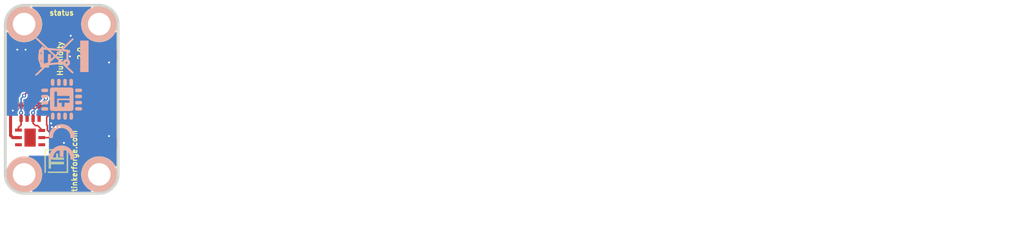
<source format=kicad_pcb>
(kicad_pcb (version 20221018) (generator pcbnew)
  (title_block (title "Humidity Bricklet") (date "2017-05-08") (rev "2.0") (company "Tinkerforge GmbH") (comment 1 "Licensed under CERN OHL v.1.1") (comment 2 "Copyright (©) 2017, B.Nordmeyer <bastian@tinkerforge.com>"))
  (layers (0 "F.Cu" signal) (31 "B.Cu" signal) (34 "B.Paste" user) (35 "F.Paste" user) (36 "B.SilkS" user "B.Silkscreen") (37 "F.SilkS" user "F.Silkscreen") (38 "B.Mask" user) (39 "F.Mask" user) (44 "Edge.Cuts" user))
  (net 0 "")
  (net 1 "GND")
  (net 2 "VCC")
  (net 3 "Net-(D101-Pad2)")
  (net 4 "Net-(P101-Pad4)")
  (net 5 "Net-(P101-Pad5)")
  (net 6 "Net-(P101-Pad6)")
  (net 7 "Net-(C102-Pad2)")
  (net 8 "Net-(R101-Pad1)")
  (net 9 "SDA")
  (net 10 "SCL")
  (net 11 "S-MISO")
  (net 12 "S-CS")
  (net 13 "S-CLK")
  (net 14 "S-MOSI")
  (net 15 "Net-(P102-Pad1)")
  (net 16 "Net-(P103-Pad2)")
  (footprint "C0603F" (layer "F.Cu") (at 147 143.2 90)
    (fp_text reference "C103")
    (fp_text value "1uF")
    (pad "1" smd rect (at -0.75 0 90) (size 0.9 0.9) (layers "F.Cu" "F.Paste" "F.Mask") (net 1 "GND"))
    (pad "2" smd rect (at 0.75 0 90) (size 0.9 0.9) (layers "F.Cu" "F.Paste" "F.Mask") (net 2 "VCC"))
  )
  (footprint "C0603F" (layer "F.Cu") (at 141.7 135.5 45)
    (fp_text reference "C104")
    (fp_text value "100nF")
    (pad "1" smd rect (at -0.75 0 45) (size 0.9 0.9) (layers "F.Cu" "F.Paste" "F.Mask") (net 2 "VCC"))
    (pad "2" smd rect (at 0.75 0 45) (size 0.9 0.9) (layers "F.Cu" "F.Paste" "F.Mask") (net 1 "GND"))
  )
  (footprint "C0603F" (layer "F.Cu") (at 147.2 146.1)
    (fp_text reference "C105")
    (fp_text value "100nF")
    (pad "1" smd rect (at -0.75 0) (size 0.9 0.9) (layers "F.Cu" "F.Paste" "F.Mask") (net 2 "VCC"))
    (pad "2" smd rect (at 0.75 0) (size 0.9 0.9) (layers "F.Cu" "F.Paste" "F.Mask") (net 1 "GND"))
  )
  (footprint "D0603E" (layer "F.Cu") (at 147.6 130.7)
    (fp_text reference "D101")
    (fp_text value "blue")
    (pad "1" smd rect (at -0.8501 0) (size 1.1 1) (layers "F.Cu" "F.Paste" "F.Mask") (net 2 "VCC"))
    (pad "2" smd rect (at 0.8501 0) (size 1.1 1) (layers "F.Cu" "F.Paste" "F.Mask") (net 3 "Net-(D101-Pad2)"))
  )
  (footprint "CON-SENSOR2" (layer "F.Cu") (at 155.1 141 90)
    (fp_text reference "P101")
    (fp_text value "CON-SENSOR2")
    (pad "1" smd rect (at -3.75 -4.6 90) (size 0.6 1.8) (layers "F.Cu" "F.Paste" "F.Mask"))
    (pad "2" smd rect (at -2.5 -4.6 90) (size 0.6 1.8) (layers "F.Cu" "F.Paste" "F.Mask") (net 1 "GND"))
    (pad "3" smd rect (at -1.25 -4.6 90) (size 0.6 1.8) (layers "F.Cu" "F.Paste" "F.Mask") (net 2 "VCC"))
    (pad "4" smd rect (at 0 -4.6 90) (size 0.6 1.8) (layers "F.Cu" "F.Paste" "F.Mask") (net 4 "Net-(P101-Pad4)"))
    (pad "5" smd rect (at 1.25 -4.6 90) (size 0.6 1.8) (layers "F.Cu" "F.Paste" "F.Mask") (net 5 "Net-(P101-Pad5)"))
    (pad "6" smd rect (at 2.5 -4.6 90) (size 0.6 1.8) (layers "F.Cu" "F.Paste" "F.Mask") (net 6 "Net-(P101-Pad6)"))
    (pad "7" smd rect (at 3.75 -4.6 90) (size 0.6 1.8) (layers "F.Cu" "F.Paste" "F.Mask") (net 7 "Net-(C102-Pad2)"))
    (pad "EP" smd rect (at -5.9 -1.2 90) (size 1.4 2.4) (layers "F.Cu" "F.Paste" "F.Mask") (net 1 "GND"))
    (pad "EP" smd rect (at 5.9 -1.2 90) (size 1.4 2.4) (layers "F.Cu" "F.Paste" "F.Mask") (net 1 "GND"))
  )
  (footprint "R0603F" (layer "F.Cu") (at 145.95 133.3 45)
    (fp_text reference "R101")
    (fp_text value "1k")
    (pad "1" smd rect (at -0.75 0 45) (size 0.9 0.9) (layers "F.Cu" "F.Paste" "F.Mask") (net 8 "Net-(R101-Pad1)"))
    (pad "2" smd rect (at 0.75 0 45) (size 0.9 0.9) (layers "F.Cu" "F.Paste" "F.Mask") (net 3 "Net-(D101-Pad2)"))
  )
  (footprint "0603X4" (layer "F.Cu") (at 143.4 142.7)
    (fp_text reference "RP102")
    (fp_text value "4k7")
    (pad "1" smd rect (at 1.19888 -0.8509) (size 0.44958 0.89916) (layers "F.Cu" "F.Paste" "F.Mask") (net 2 "VCC"))
    (pad "2" smd rect (at 0.39878 -0.8509) (size 0.44958 0.89916) (layers "F.Cu" "F.Paste" "F.Mask") (net 2 "VCC"))
    (pad "3" smd rect (at -0.39878 -0.8509) (size 0.44958 0.89916) (layers "F.Cu" "F.Paste" "F.Mask") (net 2 "VCC"))
    (pad "4" smd rect (at -1.19888 -0.8509) (size 0.44958 0.89916) (layers "F.Cu" "F.Paste" "F.Mask") (net 2 "VCC"))
    (pad "5" smd rect (at -1.19888 0.8509) (size 0.44958 0.89916) (layers "F.Cu" "F.Paste" "F.Mask") (net 9 "SDA"))
    (pad "6" smd rect (at -0.39878 0.8509) (size 0.44958 0.89916) (layers "F.Cu" "F.Paste" "F.Mask"))
    (pad "7" smd rect (at 0.39878 0.8509) (size 0.44958 0.89916) (layers "F.Cu" "F.Paste" "F.Mask") (net 10 "SCL"))
    (pad "8" smd rect (at 1.19888 0.8509) (size 0.44958 0.89916) (layers "F.Cu" "F.Paste" "F.Mask"))
  )
  (footprint "kicad-libraries:QFN24-4x4mm-0.5mm" (layer "F.Cu") (at 144.1 137.9 -135)
    (fp_text reference "U101")
    (fp_text value "XMC1XXX24")
    (pad "1" smd oval (at -2.025 -1.25 225) (size 1 0.3) (layers "F.Cu" "F.Paste" "F.Mask") (net 11 "S-MISO"))
    (pad "2" smd oval (at -2.025 -0.75 225) (size 1 0.3) (layers "F.Cu" "F.Paste" "F.Mask"))
    (pad "3" smd oval (at -2.025 -0.25 225) (size 1 0.3) (layers "F.Cu" "F.Paste" "F.Mask"))
    (pad "4" smd oval (at -2.025 0.25 225) (size 1 0.3) (layers "F.Cu" "F.Paste" "F.Mask") (net 16 "Net-(P103-Pad2)"))
    (pad "5" smd oval (at -2.025 0.75 225) (size 1 0.3) (layers "F.Cu" "F.Paste" "F.Mask"))
    (pad "6" smd oval (at -2.025 1.25 225) (size 1 0.3) (layers "F.Cu" "F.Paste" "F.Mask"))
    (pad "7" smd oval (at -1.25 2.025 315) (size 1 0.3) (layers "F.Cu" "F.Paste" "F.Mask") (net 8 "Net-(R101-Pad1)"))
    (pad "8" smd oval (at -0.75 2.025 315) (size 1 0.3) (layers "F.Cu" "F.Paste" "F.Mask"))
    (pad "9" smd oval (at -0.25 2.025 315) (size 1 0.3) (layers "F.Cu" "F.Paste" "F.Mask") (net 1 "GND"))
    (pad "10" smd oval (at 0.25 2.025 315) (size 1 0.3) (layers "F.Cu" "F.Paste" "F.Mask") (net 2 "VCC"))
    (pad "11" smd oval (at 0.75 2.025 315) (size 1 0.3) (layers "F.Cu" "F.Paste" "F.Mask"))
    (pad "12" smd oval (at 1.25 2.025 315) (size 1 0.3) (layers "F.Cu" "F.Paste" "F.Mask"))
    (pad "13" smd oval (at 2.025 1.25 225) (size 1 0.3) (layers "F.Cu" "F.Paste" "F.Mask"))
    (pad "14" smd oval (at 2.025 0.75 225) (size 1 0.3) (layers "F.Cu" "F.Paste" "F.Mask"))
    (pad "15" smd oval (at 2.025 0.25 225) (size 1 0.3) (layers "F.Cu" "F.Paste" "F.Mask") (net 15 "Net-(P102-Pad1)"))
    (pad "16" smd oval (at 2.025 -0.25 225) (size 1 0.3) (layers "F.Cu" "F.Paste" "F.Mask"))
    (pad "17" smd oval (at 2.025 -0.75 225) (size 1 0.3) (layers "F.Cu" "F.Paste" "F.Mask") (net 9 "SDA"))
    (pad "18" smd oval (at 2.025 -1.25 225) (size 1 0.3) (layers "F.Cu" "F.Paste" "F.Mask"))
    (pad "19" smd oval (at 1.25 -2.025 315) (size 1 0.3) (layers "F.Cu" "F.Paste" "F.Mask") (net 10 "SCL"))
    (pad "20" smd oval (at 0.75 -2.025 315) (size 1 0.3) (layers "F.Cu" "F.Paste" "F.Mask"))
    (pad "21" smd oval (at 0.25 -2.025 315) (size 1 0.3) (layers "F.Cu" "F.Paste" "F.Mask"))
    (pad "22" smd oval (at -0.25 -2.025 315) (size 1 0.3) (layers "F.Cu" "F.Paste" "F.Mask") (net 12 "S-CS"))
    (pad "23" smd oval (at -0.75 -2.025 315) (size 1 0.3) (layers "F.Cu" "F.Paste" "F.Mask") (net 13 "S-CLK"))
    (pad "24" smd oval (at -1.25 -2.025 315) (size 1 0.3) (layers "F.Cu" "F.Paste" "F.Mask") (net 14 "S-MOSI"))
    (pad "EXP" smd rect (at -0.65 -0.65 225) (size 1.3 1.3) (layers "F.Cu" "F.Paste" "F.Mask") (net 1 "GND"))
    (pad "EXP" smd rect (at -0.65 0.65 225) (size 1.3 1.3) (layers "F.Cu" "F.Paste" "F.Mask") (net 1 "GND"))
    (pad "EXP" smd rect (at 0.65 -0.65 225) (size 1.3 1.3) (layers "F.Cu" "F.Paste" "F.Mask") (net 1 "GND"))
    (pad "EXP" smd rect (at 0.65 0.65 225) (size 1.3 1.3) (layers "F.Cu" "F.Paste" "F.Mask") (net 1 "GND"))
  )
  (footprint "DRILL_NP" (layer "F.Cu") (at 152.6 131)
    (fp_text reference "U103" hide)
    (fp_text value "DRILL" hide)
    (pad "" np_thru_hole circle (at 0 0) (size 2.99974 2.99974) (drill 2.99974) (layers "*.Cu" "*.Mask" "F.SilkS") (clearance 0.89916))
  )
  (footprint "DRILL_NP" (layer "F.Cu") (at 152.6 151)
    (fp_text reference "U104" hide)
    (fp_text value "DRILL" hide)
    (pad "" np_thru_hole circle (at 0 0) (size 2.99974 2.99974) (drill 2.99974) (layers "*.Cu" "*.Mask" "F.SilkS") (clearance 0.89916))
  )
  (footprint "DRILL_NP" (layer "F.Cu") (at 142.6 131)
    (fp_text reference "U105" hide)
    (fp_text value "DRILL" hide)
    (pad "" np_thru_hole circle (at 0 0) (size 2.99974 2.99974) (drill 2.99974) (layers "*.Cu" "*.Mask" "F.SilkS") (clearance 0.89916))
  )
  (footprint "DRILL_NP" (layer "F.Cu") (at 142.6 151)
    (fp_text reference "U106" hide)
    (fp_text value "DRILL" hide)
    (pad "" np_thru_hole circle (at 0 0) (size 2.99974 2.99974) (drill 2.99974) (layers "*.Cu" "*.Mask" "F.SilkS") (clearance 0.89916))
  )
  (footprint "C0402E" (layer "F.Cu") (at 148.7 136.6 -90)
    (fp_text reference "C102")
    (fp_text value "TBD")
    (pad "1" smd rect (at -0.65 0 270) (size 0.7 0.9) (layers "F.Cu" "F.Paste" "F.Mask") (net 1 "GND"))
    (pad "2" smd rect (at 0.65 0 270) (size 0.7 0.9) (layers "F.Cu" "F.Paste" "F.Mask") (net 7 "Net-(C102-Pad2)"))
  )
  (footprint "4X0402" (layer "F.Cu") (at 148.2 139.1 90)
    (fp_text reference "RP101")
    (fp_text value "TBD")
    (pad "1" smd rect (at -0.7493 0.575 270) (size 0.29972 0.65) (layers "F.Cu" "F.Paste" "F.Mask") (net 4 "Net-(P101-Pad4)"))
    (pad "2" smd rect (at -0.24892 0.575 270) (size 0.29972 0.65) (layers "F.Cu" "F.Paste" "F.Mask") (net 5 "Net-(P101-Pad5)"))
    (pad "3" smd rect (at 0.24892 0.575 270) (size 0.29972 0.65) (layers "F.Cu" "F.Paste" "F.Mask") (net 6 "Net-(P101-Pad6)"))
    (pad "4" smd rect (at 0.7493 0.575 270) (size 0.29972 0.65) (layers "F.Cu" "F.Paste" "F.Mask") (net 7 "Net-(C102-Pad2)"))
    (pad "5" smd rect (at 0.7493 -0.575 90) (size 0.29972 0.65) (layers "F.Cu" "F.Paste" "F.Mask") (net 11 "S-MISO"))
    (pad "6" smd rect (at 0.24892 -0.575 90) (size 0.29972 0.65) (layers "F.Cu" "F.Paste" "F.Mask") (net 14 "S-MOSI"))
    (pad "7" smd rect (at -0.24892 -0.575 90) (size 0.29972 0.65) (layers "F.Cu" "F.Paste" "F.Mask") (net 13 "S-CLK"))
    (pad "8" smd rect (at -0.7493 -0.575 90) (size 0.29972 0.65) (layers "F.Cu" "F.Paste" "F.Mask") (net 12 "S-CS"))
  )
  (footprint "C0805" (layer "F.Cu") (at 148.5 143.4 90)
    (fp_text reference "C101")
    (fp_text value "10uF")
    (pad "1" smd rect (at -1.00076 0 90) (size 1.00076 1.24968) (layers "F.Cu" "F.Paste" "F.Mask") (net 1 "GND") (clearance 0.14986))
    (pad "2" smd rect (at 1.00076 0 90) (size 1.00076 1.24968) (layers "F.Cu" "F.Paste" "F.Mask") (net 2 "VCC") (clearance 0.14986))
  )
  (footprint "kicad-libraries:Logo_31x31" (layer "F.Cu") (at 145.3 150.8 90)
    (fp_text reference "G***" hide)
    (fp_text value "Logo_31x31" hide)
  )
  (footprint "kicad-libraries:DEBUG_PAD" (layer "F.Cu") (at 141.5 140.1 -90)
    (fp_text reference "P102")
    (fp_text value "DEBUG")
    (pad "1" smd circle (at 0 0 270) (size 0.7 0.7) (layers "F.Cu" "F.Paste" "F.Mask") (net 15 "Net-(P102-Pad1)"))
  )
  (footprint "kicad-libraries:SolderJumper" (layer "F.Cu") (at 148.8 133.6 -90)
    (fp_text reference "P103")
    (fp_text value "BOOT")
    (pad "1" smd rect (at -0.5 0 270) (size 0.4 1.4) (layers "F.Cu" "F.Mask") (net 1 "GND"))
    (pad "1" smd rect (at -0.225 -0.55 270) (size 0.95 0.3) (layers "F.Cu" "F.Mask") (net 1 "GND"))
    (pad "1" smd rect (at -0.225 0.55 270) (size 0.95 0.3) (layers "F.Cu" "F.Mask") (net 1 "GND"))
    (pad "2" smd rect (at 0.15 0 270) (size 0.6 0.5) (layers "F.Cu" "F.Mask") (net 16 "Net-(P103-Pad2)"))
    (pad "2" smd rect (at 0.55 0 270) (size 0.3 1.4) (layers "F.Cu" "F.Mask") (net 16 "Net-(P103-Pad2)"))
  )
  (footprint "kicad-libraries:DFN6-30x30" (layer "F.Cu") (at 143.4 146.1 90)
    (fp_text reference "U102")
    (fp_text value "HDC1080")
    (pad "1" smd rect (at 1 -1.55 90) (size 0.4 0.9) (layers "F.Cu" "F.Paste" "F.Mask") (net 9 "SDA"))
    (pad "2" smd rect (at 0 -1.55 90) (size 0.4 0.9) (layers "F.Cu" "F.Paste" "F.Mask") (net 1 "GND"))
    (pad "3" smd rect (at -0.95 -1.55 90) (size 0.4 0.9) (layers "F.Cu" "F.Paste" "F.Mask"))
    (pad "4" smd rect (at -0.95 1.55 90) (size 0.4 0.9) (layers "F.Cu" "F.Paste" "F.Mask"))
    (pad "5" smd rect (at 0 1.55 90) (size 0.4 0.9) (layers "F.Cu" "F.Paste" "F.Mask") (net 2 "VCC"))
    (pad "6" smd rect (at 0.95 1.55 90) (size 0.4 0.9) (layers "F.Cu" "F.Paste" "F.Mask") (net 10 "SCL"))
    (pad "EXP" smd rect (at 0 0 90) (size 2.4 1.5) (layers "F.Cu" "F.Paste" "F.Mask"))
  )
  (footprint "kicad-libraries:Fiducial_Mark" (layer "F.Cu") (at 147.6 152)
    (fp_text reference "Fiducial_Mark" hide)
    (fp_text value "VAL**" hide)
    (pad "1" smd circle (at 0 0) (size 1.00076 1.00076) (layers "F.Cu" "F.Paste" "F.Mask") (clearance 0.65024))
  )
  (footprint "kicad-libraries:Fiducial_Mark" (layer "F.Cu") (at 153.6 137.5)
    (fp_text reference "Fiducial_Mark" hide)
    (fp_text value "VAL**" hide)
    (pad "1" smd circle (at 0 0) (size 1.00076 1.00076) (layers "F.Cu" "F.Paste" "F.Mask") (clearance 0.65024))
  )
  (footprint "kicad-libraries:Logo_CoMCU" (layer "B.Cu") (at 147.6 141 -90)
    (fp_text reference "G***" hide)
    (fp_text value "LOGO" hide)
  )
  (footprint "kicad-libraries:WEEE_7mm" (layer "B.Cu") (at 147.6 135.3 -90)
    (fp_text reference "G***" hide)
    (fp_text value "LOGO" hide)
  )
  (footprint "kicad-libraries:CE_5mm" (layer "B.Cu") (at 147.6 146.7 -90)
    (fp_text reference "VAL" hide)
    (fp_text value "CE_5mm" hide)
  )
  (gr_arc (start 152.6 128.5) (mid 154.367767 129.232233) (end 155.1 131) (stroke (width 0.381)) (layer "Edge.Cuts"))
  (gr_line (start 152.6 128.5) (end 142.6 128.5) (stroke (width 0.381)) (layer "Edge.Cuts"))
  (gr_line (start 142.6 153.5) (end 152.6 153.5) (stroke (width 0.381)) (layer "Edge.Cuts"))
  (gr_arc (start 155.1 151) (mid 154.367767 152.767767) (end 152.6 153.5) (stroke (width 0.381)) (layer "Edge.Cuts"))
  (gr_line (start 155.1 151) (end 155.1 131) (stroke (width 0.381)) (layer "Edge.Cuts"))
  (gr_arc (start 140.1 131) (mid 140.832233 129.232233) (end 142.6 128.5) (stroke (width 0.381)) (layer "Edge.Cuts"))
  (gr_arc (start 142.6 153.5) (mid 140.832233 152.767767) (end 140.1 151) (stroke (width 0.381)) (layer "Edge.Cuts"))
  (gr_line (start 140.1 131) (end 140.1 151) (stroke (width 0.381)) (layer "Edge.Cuts"))
  (gr_text "2.0" (at 150.1 134.9 90) (layer "F.SilkS") (effects (font (size 0.7 0.7))))
  (gr_text "status" (at 147.6 129.5) (layer "F.SilkS") (effects (font (size 0.7 0.7))))
  (gr_text "tinkerforge.com" (at 149.3 149.2 90) (layer "F.SilkS") (effects (font (size 0.7 0.7))))
  (gr_text "Humidity" (at 147.4 135.6 90) (layer "F.SilkS") (effects (font (size 0.7 0.7))))
  (segment (start 142.4 135.846447) (end 142.4 135.13934) (width 0.25) (layer "F.Cu") (net 1))
  (segment (start 142.4 135.13934) (end 142.23033 134.96967) (width 0.25) (layer "F.Cu") (net 1))
  (segment (start 147 144.4) (end 147.3 144.7) (width 0.5) (layer "F.Cu") (net 1))
  (segment (start 147 144.5) (end 146.8 144.7) (width 0.5) (layer "F.Cu") (net 1))
  (segment (start 146.95 143.95) (end 146.3 144.6) (width 0.5) (layer "F.Cu") (net 1))
  (segment (start 146.3 144.6) (end 146.3 144.7) (width 0.5) (layer "F.Cu") (net 1))
  (segment (start 146.45 143.95) (end 146.2 144.2) (width 0.5) (layer "F.Cu") (net 1))
  (segment (start 149.9 143.5) (end 148.99924 144.40076) (width 0.5) (layer "F.Cu") (net 1))
  (segment (start 148.99924 144.40076) (end 148.5 144.40076) (width 0.5) (layer "F.Cu") (net 1))
  (segment (start 147.90076 144.40076) (end 147.45 143.95) (width 0.5) (layer "F.Cu") (net 1))
  (segment (start 147.45 143.95) (end 147 143.95) (width 0.5) (layer "F.Cu") (net 1))
  (segment (start 143.534314 136.980761) (end 144.1 136.980761) (width 0.25) (layer "F.Cu") (net 1))
  (segment (start 141.7 134.43934) (end 141.7 134.4) (width 0.5) (layer "F.Cu") (net 1))
  (segment (start 148.25 133.1) (end 148.25 133.4) (width 0.25) (layer "F.Cu") (net 1))
  (segment (start 148.25 133.4) (end 148.25 133.375) (width 0.25) (layer "F.Cu") (net 1))
  (segment (start 149.35 133.1) (end 149.35 133.4) (width 0.25) (layer "F.Cu") (net 1))
  (segment (start 149.35 133.4) (end 149.35 133.375) (width 0.25) (layer "F.Cu") (net 1))
  (segment (start 147.95 146.75) (end 147.9 146.8) (width 0.4) (layer "F.Cu") (net 1))
  (segment (start 141.1 146.1) (end 140.8 145.8) (width 0.4) (layer "F.Cu") (net 1))
  (segment (start 140.8 145.8) (end 140.8 142.8) (width 0.4) (layer "F.Cu") (net 1))
  (segment (start 140.8 142.8) (end 141.1 142.5) (width 0.4) (layer "F.Cu") (net 1))
  (segment (start 148.5 144.40076) (end 147.90076 144.40076) (width 0.5) (layer "F.Cu") (net 1))
  (segment (start 153.9 135.1) (end 153.9 136.1) (width 0.5) (layer "F.Cu") (net 1))
  (segment (start 144.1 138.819239) (end 143.180761 137.9) (width 0.25) (layer "F.Cu") (net 1))
  (segment (start 147 143.95) (end 146.45 143.95) (width 0.5) (layer "F.Cu") (net 1))
  (segment (start 147 143.95) (end 147 144.5) (width 0.5) (layer "F.Cu") (net 1))
  (segment (start 148.8 133.1) (end 149.35 133.1) (width 0.25) (layer "F.Cu") (net 1))
  (segment (start 142.844885 136.291332) (end 143.534314 136.980761) (width 0.25) (layer "F.Cu") (net 1))
  (segment (start 141.85 146.1) (end 141.1 146.1) (width 0.4) (layer "F.Cu") (net 1))
  (segment (start 147 143.95) (end 146.95 143.95) (width 0.5) (layer "F.Cu") (net 1))
  (segment (start 142.23033 134.96967) (end 141.7 134.43934) (width 0.5) (layer "F.Cu") (net 1))
  (segment (start 153.9 146.9) (end 153.9 145.9) (width 0.5) (layer "F.Cu") (net 1))
  (segment (start 147.95 146.1) (end 147.95 146.75) (width 0.4) (layer "F.Cu") (net 1))
  (segment (start 148.8 133.1) (end 148.25 133.1) (width 0.25) (layer "F.Cu") (net 1))
  (segment (start 150.5 143.5) (end 149.9 143.5) (width 0.5) (layer "F.Cu") (net 1))
  (segment (start 148.7 135.95) (end 148.7 135.3) (width 0.5) (layer "F.Cu") (net 1))
  (segment (start 147 143.95) (end 147 144.4) (width 0.5) (layer "F.Cu") (net 1))
  (segment (start 145.019239 137.9) (end 144.1 136.980761) (width 0.25) (layer "F.Cu") (net 1))
  (segment (start 142.844885 136.291332) (end 142.4 135.846447) (width 0.25) (layer "F.Cu") (net 1))
  (segment (start 142.23033 134.96967) (end 142.8 134.4) (width 0.5) (layer "F.Cu") (net 1))
  (segment (start 148.8 133.1) (end 148.8 132.55) (width 0.25) (layer "F.Cu") (net 1))
  (segment (start 144.1 136.980761) (end 143.180761 137.9) (width 0.25) (layer "F.Cu") (net 1))
  (via (at 146.2 144.2) (size 0.55) (drill 0.25) (layers "F.Cu" "B.Cu") (net 1))
  (via (at 146.8 144.7) (size 0.55) (drill 0.25) (layers "F.Cu" "B.Cu") (net 1))
  (via (at 146.3 144.7) (size 0.55) (drill 0.25) (layers "F.Cu" "B.Cu") (net 1))
  (via (at 141.7 134.4) (size 0.55) (drill 0.25) (layers "F.Cu" "B.Cu") (net 1))
  (via (at 141.1 142.5) (size 0.55) (drill 0.25) (layers "F.Cu" "B.Cu") (net 1))
  (via (at 153.9 145.9) (size 0.55) (drill 0.25) (layers "F.Cu" "B.Cu") (net 1))
  (via (at 148.7 135.3) (size 0.55) (drill 0.25) (layers "F.Cu" "B.Cu") (net 1))
  (via (at 147.3 144.7) (size 0.55) (drill 0.25) (layers "F.Cu" "B.Cu") (net 1))
  (via (at 147.9 146.8) (size 0.55) (drill 0.25) (layers "F.Cu" "B.Cu") (net 1))
  (via (at 153.9 136.1) (size 0.55) (drill 0.25) (layers "F.Cu" "B.Cu") (net 1))
  (via (at 142.8 134.4) (size 0.55) (drill 0.25) (layers "F.Cu" "B.Cu") (net 1))
  (via (at 148.8 132.55) (size 0.55) (drill 0.25) (layers "F.Cu" "B.Cu") (net 1))
  (segment (start 142.046447 136.2) (end 141.33934 136.2) (width 0.25) (layer "F.Cu") (net 2))
  (segment (start 141.33934 136.2) (end 141.16967 136.03033) (width 0.25) (layer "F.Cu") (net 2))
  (segment (start 140.8 139.5) (end 140.8 136.4) (width 0.25) (layer "F.Cu") (net 2))
  (segment (start 149.45 142.25) (end 149.30076 142.39924) (width 0.5) (layer "F.Cu") (net 2))
  (segment (start 149.30076 142.39924) (end 148.5 142.39924) (width 0.5) (layer "F.Cu") (net 2))
  (segment (start 147.05076 142.39924) (end 147 142.45) (width 0.5) (layer "F.Cu") (net 2))
  (segment (start 146.7499 130.9501) (end 143.95 133.75) (width 0.25) (layer "F.Cu") (net 2))
  (segment (start 143.95 133.75) (end 141.45 133.75) (width 0.25) (layer "F.Cu") (net 2))
  (segment (start 141.45 133.75) (end 140.75 134.45) (width 0.25) (layer "F.Cu") (net 2))
  (segment (start 140.75 134.45) (end 140.75 135.61066) (width 0.25) (layer "F.Cu") (net 2))
  (segment (start 140.75 135.61066) (end 141.16967 136.03033) (width 0.25) (layer "F.Cu") (net 2))
  (segment (start 140.8 140.7) (end 140.8 139.5) (width 0.25) (layer "F.Cu") (net 2))
  (segment (start 146.25 142.45) (end 145.6491 141.8491) (width 0.25) (layer "F.Cu") (net 2))
  (segment (start 145.6491 141.8491) (end 144.59888 141.8491) (width 0.25) (layer "F.Cu") (net 2))
  (segment (start 141.9491 141.8491) (end 140.8 140.7) (width 0.25) (layer "F.Cu") (net 2))
  (segment (start 146.45 145.85) (end 145.7 145.1) (width 0.2) (layer "F.Cu") (net 2))
  (segment (start 145.7 145.1) (end 145.7 144.5) (width 0.2) (layer "F.Cu") (net 2))
  (segment (start 145.7 144.5) (end 145.6 144.4) (width 0.2) (layer "F.Cu") (net 2))
  (segment (start 145.6 144.4) (end 145.6 143.4) (width 0.2) (layer "F.Cu") (net 2))
  (segment (start 145.6 143.4) (end 146.55 142.45) (width 0.2) (layer "F.Cu") (net 2))
  (segment (start 146.55 142.45) (end 147 142.45) (width 0.2) (layer "F.Cu") (net 2))
  (segment (start 146.7499 130.7) (end 146.7499 130.9501) (width 0.25) (layer "F.Cu") (net 2))
  (segment (start 143.00122 141.8491) (end 142.20112 141.8491) (width 0.25) (layer "F.Cu") (net 2))
  (segment (start 142.491332 136.644885) (end 142.046447 136.2) (width 0.25) (layer "F.Cu") (net 2))
  (segment (start 150.5 142.25) (end 149.45 142.25) (width 0.5) (layer "F.Cu") (net 2))
  (segment (start 146.45 146.1) (end 146.45 145.85) (width 0.2) (layer "F.Cu") (net 2))
  (segment (start 142.20112 141.8491) (end 141.9491 141.8491) (width 0.25) (layer "F.Cu") (net 2))
  (segment (start 147 142.45) (end 146.25 142.45) (width 0.25) (layer "F.Cu") (net 2))
  (segment (start 147 142.45) (end 146.65 142.45) (width 0.25) (layer "F.Cu") (net 2))
  (segment (start 140.8 136.4) (end 141.16967 136.03033) (width 0.25) (layer "F.Cu") (net 2))
  (segment (start 148.5 142.39924) (end 147.05076 142.39924) (width 0.5) (layer "F.Cu") (net 2))
  (segment (start 143.79878 141.8491) (end 143.00122 141.8491) (width 0.25) (layer "F.Cu") (net 2))
  (segment (start 144.95 146.1) (end 146.45 146.1) (width 0.2) (layer "F.Cu") (net 2))
  (segment (start 144.59888 141.8491) (end 143.79878 141.8491) (width 0.25) (layer "F.Cu") (net 2))
  (segment (start 148.35 130.8001) (end 148.4501 130.7) (width 0.25) (layer "F.Cu") (net 3))
  (segment (start 148.4501 130.7999) (end 146.48033 132.76967) (width 0.25) (layer "F.Cu") (net 3))
  (segment (start 148.4501 130.7) (end 148.4501 130.7999) (width 0.25) (layer "F.Cu") (net 3))
  (segment (start 148.9493 139.8493) (end 149.2 140.1) (width 0.25) (layer "F.Cu") (net 4))
  (segment (start 149.2 140.1) (end 149.2 140.5) (width 0.25) (layer "F.Cu") (net 4))
  (segment (start 149.2 140.5) (end 149.7 141) (width 0.25) (layer "F.Cu") (net 4))
  (segment (start 149.7 141) (end 150.5 141) (width 0.25) (layer "F.Cu") (net 4))
  (segment (start 148.775 139.8493) (end 148.9493 139.8493) (width 0.25) (layer "F.Cu") (net 4))
  (segment (start 149.24892 139.34892) (end 149.65 139.75) (width 0.25) (layer "F.Cu") (net 5))
  (segment (start 149.65 139.75) (end 150.5 139.75) (width 0.25) (layer "F.Cu") (net 5))
  (segment (start 148.775 139.34892) (end 149.24892 139.34892) (width 0.25) (layer "F.Cu") (net 5))
  (segment (start 149.24892 138.85108) (end 149.6 138.5) (width 0.25) (layer "F.Cu") (net 6))
  (segment (start 149.6 138.5) (end 150.5 138.5) (width 0.25) (layer "F.Cu") (net 6))
  (segment (start 148.775 138.85108) (end 149.24892 138.85108) (width 0.25) (layer "F.Cu") (net 6))
  (segment (start 148.7 138.2757) (end 148.7 137.25) (width 0.25) (layer "F.Cu") (net 7))
  (segment (start 150.5 137.25) (end 148.7 137.25) (width 0.25) (layer "F.Cu") (net 7))
  (segment (start 148.775 138.3507) (end 148.7 138.2757) (width 0.25) (layer "F.Cu") (net 7))
  (segment (start 143.2 135.232233) (end 143.2 134.8) (width 0.25) (layer "F.Cu") (net 8))
  (segment (start 143.2 134.8) (end 143.6 134.4) (width 0.25) (layer "F.Cu") (net 8))
  (segment (start 143.6 134.4) (end 144.85 134.4) (width 0.25) (layer "F.Cu") (net 8))
  (segment (start 144.85 134.4) (end 145.41967 133.83033) (width 0.25) (layer "F.Cu") (net 8))
  (segment (start 143.551992 135.584225) (end 143.2 135.232233) (width 0.25) (layer "F.Cu") (net 8))
  (segment (start 141.85 144.75) (end 142.20112 144.39888) (width 0.2) (layer "F.Cu") (net 9))
  (segment (start 142.20112 144.39888) (end 142.20112 143.5509) (width 0.2) (layer "F.Cu") (net 9))
  (segment (start 142.20112 142.80112) (end 142.2 142.8) (width 0.2) (layer "F.Cu") (net 9))
  (segment (start 142.6 140.46066) (end 142.6 140.5) (width 0.2) (layer "F.Cu") (net 9))
  (segment (start 141.85 145.1) (end 141.85 144.75) (width 0.2) (layer "F.Cu") (net 9))
  (segment (start 142.20112 143.5509) (end 142.20112 142.80112) (width 0.2) (layer "F.Cu") (net 9))
  (segment (start 142.6 140.46066) (end 143.198439 139.862221) (width 0.2) (layer "F.Cu") (net 9))
  (via (at 142.6 140.5) (size 0.55) (drill 0.25) (layers "F.Cu" "B.Cu") (net 9))
  (via (at 142.2 142.8) (size 0.55) (drill 0.25) (layers "F.Cu" "B.Cu") (net 9))
  (segment (start 142.2 140.9) (end 142.6 140.5) (width 0.2) (layer "B.Cu") (net 9))
  (segment (start 142.2 142.8) (end 142.2 140.9) (width 0.2) (layer "B.Cu") (net 9))
  (segment (start 144.95 145.05) (end 144.4 144.5) (width 0.2) (layer "F.Cu") (net 10))
  (segment (start 144.4 144.5) (end 144.1 144.5) (width 0.2) (layer "F.Cu") (net 10))
  (segment (start 144.1 144.5) (end 143.79878 144.19878) (width 0.2) (layer "F.Cu") (net 10))
  (segment (start 143.79878 144.19878) (end 143.79878 143.5509) (width 0.2) (layer "F.Cu") (net 10))
  (segment (start 143.79878 142.80122) (end 143.8 142.8) (width 0.2) (layer "F.Cu") (net 10))
  (segment (start 145.332233 140.9) (end 145.5 140.9) (width 0.2) (layer "F.Cu") (net 10))
  (segment (start 144.95 145.15) (end 144.95 145.05) (width 0.2) (layer "F.Cu") (net 10))
  (segment (start 143.79878 143.5509) (end 143.79878 142.80122) (width 0.2) (layer "F.Cu") (net 10))
  (segment (start 145.332233 140.9) (end 144.648008 140.215775) (width 0.2) (layer "F.Cu") (net 10))
  (via (at 143.8 142.8) (size 0.55) (drill 0.25) (layers "F.Cu" "B.Cu") (net 10))
  (via (at 145.5 140.9) (size 0.55) (drill 0.25) (layers "F.Cu" "B.Cu") (net 10))
  (segment (start 143.8 142.6) (end 143.8 142.8) (width 0.2) (layer "B.Cu") (net 10))
  (segment (start 145.5 140.9) (end 143.8 142.6) (width 0.2) (layer "B.Cu") (net 10))
  (segment (start 147.414483 138.3507) (end 147.625 138.3507) (width 0.25) (layer "F.Cu") (net 11))
  (segment (start 146.415775 137.351992) (end 147.414483 138.3507) (width 0.25) (layer "F.Cu") (net 11))
  (segment (start 146.402853 139.8493) (end 147.625 139.8493) (width 0.25) (layer "F.Cu") (net 12))
  (segment (start 145.708668 139.155115) (end 146.402853 139.8493) (width 0.25) (layer "F.Cu") (net 12))
  (segment (start 146.60958 139.34892) (end 147.625 139.34892) (width 0.25) (layer "F.Cu") (net 13))
  (segment (start 146.062221 138.801561) (end 146.60958 139.34892) (width 0.25) (layer "F.Cu") (net 13))
  (segment (start 146.818847 138.85108) (end 147.625 138.85108) (width 0.25) (layer "F.Cu") (net 14))
  (segment (start 146.415775 138.448008) (end 146.818847 138.85108) (width 0.25) (layer "F.Cu") (net 14))
  (segment (start 141.546447 140.1) (end 141.5 140.1) (width 0.25) (layer "F.Cu") (net 15))
  (segment (start 142.491332 139.155115) (end 141.546447 140.1) (width 0.25) (layer "F.Cu") (net 15))
  (segment (start 146.896447 134.75) (end 148.4 134.75) (width 0.25) (layer "F.Cu") (net 16))
  (segment (start 148.4 134.75) (end 148.8 134.35) (width 0.25) (layer "F.Cu") (net 16))
  (segment (start 148.8 134.35) (end 148.8 134.15) (width 0.25) (layer "F.Cu") (net 16))
  (segment (start 148.8 133.75) (end 148.8 134.15) (width 0.25) (layer "F.Cu") (net 16))
  (segment (start 145.355115 136.291332) (end 146.896447 134.75) (width 0.25) (layer "F.Cu") (net 16))
  (zone (net 1) (net_name "GND") (layer "B.Cu") (connect_pads yes (clearance 0.2)) (min_thickness 0.2) (fill yes (thermal_gap 0.21) (thermal_bridge_width 0.21))
    (polygon (pts (xy 140.1 128.5) (xy 155.1 128.5) (xy 155.1 153.5) (xy 140.1 153.5)))
  )
  (zone (net 0) (net_name "") (layer "B.Cu") (connect_pads (clearance 0)) (min_thickness 0.2)
    (keepout (tracks allowed) (vias allowed) (pads allowed) (copperpour not_allowed) (footprints allowed))
    (fill (thermal_gap 0.21) (thermal_bridge_width 0.21))
    (polygon (pts (xy 140.2 148.5) (xy 140.1 143.2) (xy 145.9 143.2) (xy 145.9 148.5)))
  )
)
</source>
